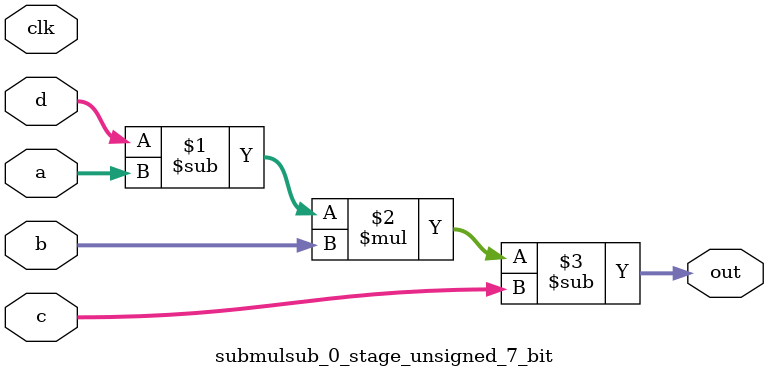
<source format=sv>
(* use_dsp = "yes" *) module submulsub_0_stage_unsigned_7_bit(
	input  [6:0] a,
	input  [6:0] b,
	input  [6:0] c,
	input  [6:0] d,
	output [6:0] out,
	input clk);

	assign out = ((d - a) * b) - c;
endmodule

</source>
